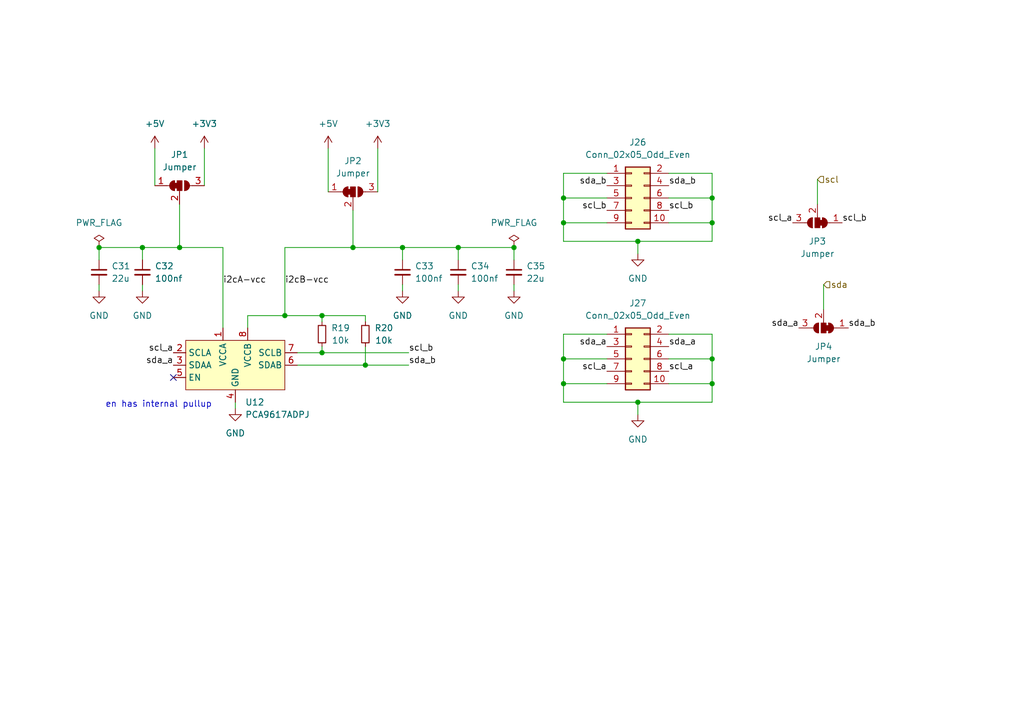
<source format=kicad_sch>
(kicad_sch (version 20211123) (generator eeschema)
  (paper "A5")
  (lib_symbols
    (symbol "Connector_Generic:Conn_02x05_Odd_Even" (pin_names (offset 1.016) hide)
      (property "Reference" "J" (at 1.27 7.62 0))
      (property "Value" "Conn_02x05_Odd_Even" (at 1.27 -7.62 0))
      (symbol "Conn_02x05_Odd_Even_1_1"
        (rectangle (start -1.27 -4.953) (end 0 -5.207) (stroke (width 0.1524)))
        (rectangle (start -1.27 -2.413) (end 0 -2.667) (stroke (width 0.1524)))
        (rectangle (start -1.27 0.127) (end 0 -0.127) (stroke (width 0.1524)))
        (rectangle (start -1.27 2.667) (end 0 2.413) (stroke (width 0.1524)))
        (rectangle (start -1.27 5.207) (end 0 4.953) (stroke (width 0.1524)))
        (rectangle (start -1.27 6.35) (end 3.81 -6.35) (stroke (width 0.254)) (fill (type background)))
        (rectangle (start 3.81 -4.953) (end 2.54 -5.207) (stroke (width 0.1524)))
        (rectangle (start 3.81 -2.413) (end 2.54 -2.667) (stroke (width 0.1524)))
        (rectangle (start 3.81 0.127) (end 2.54 -0.127) (stroke (width 0.1524)))
        (rectangle (start 3.81 2.667) (end 2.54 2.413) (stroke (width 0.1524)))
        (rectangle (start 3.81 5.207) (end 2.54 4.953) (stroke (width 0.1524)))
        (pin passive line (at -5.08 5.08 0) (length 3.81) (name "Pin_1") (number "1"))
        (pin passive line (at 7.62 -5.08 180) (length 3.81) (name "Pin_10") (number "10"))
        (pin passive line (at 7.62 5.08 180) (length 3.81) (name "Pin_2") (number "2"))
        (pin passive line (at -5.08 2.54 0) (length 3.81) (name "Pin_3") (number "3"))
        (pin passive line (at 7.62 2.54 180) (length 3.81) (name "Pin_4") (number "4"))
        (pin passive line (at -5.08 0 0) (length 3.81) (name "Pin_5") (number "5"))
        (pin passive line (at 7.62 0 180) (length 3.81) (name "Pin_6") (number "6"))
        (pin passive line (at -5.08 -2.54 0) (length 3.81) (name "Pin_7") (number "7"))
        (pin passive line (at 7.62 -2.54 180) (length 3.81) (name "Pin_8") (number "8"))
        (pin passive line (at -5.08 -5.08 0) (length 3.81) (name "Pin_9") (number "9"))
      )
    )
    (symbol "Device:C_Small" (pin_numbers hide) (pin_names (offset 0.254) hide)
      (property "Reference" "C" (at 0.254 1.778 0))
      (property "Value" "C_Small" (at 0.254 -2.032 0))
      (symbol "C_Small_0_1"
        (polyline (pts (xy -1.524 -0.508) (xy 1.524 -0.508)) (stroke (width 0.3302)))
        (polyline (pts (xy -1.524 0.508) (xy 1.524 0.508)) (stroke (width 0.3048)))
      )
      (symbol "C_Small_1_1"
        (pin passive line (at 0 2.54 270) (length 2.032) (name "~") (number "1"))
        (pin passive line (at 0 -2.54 90) (length 2.032) (name "~") (number "2"))
      )
    )
    (symbol "Device:R_Small" (pin_numbers hide) (pin_names (offset 0.254) hide)
      (property "Reference" "R" (at 0.762 0.508 0))
      (property "Value" "R_Small" (at 0.762 -1.016 0))
      (symbol "R_Small_0_1"
        (rectangle (start -0.762 1.778) (end 0.762 -1.778) (stroke (width 0.2032)))
      )
      (symbol "R_Small_1_1"
        (pin passive line (at 0 2.54 270) (length 0.762) (name "~") (number "1"))
        (pin passive line (at 0 -2.54 90) (length 0.762) (name "~") (number "2"))
      )
    )
    (symbol "Jumper:SolderJumper_3_Bridged12" (pin_names (offset 0) hide)
      (property "Reference" "JP" (at -2.54 -2.54 0))
      (property "Value" "SolderJumper_3_Bridged12" (at 0 2.794 0))
      (symbol "SolderJumper_3_Bridged12_0_1"
        (rectangle (start -1.016 0.508) (end -0.508 -0.508) (fill (type outline)))
        (arc (start -1.016 1.016) (mid -2.032 0) (end -1.016 -1.016))
        (arc (start -1.016 1.016) (mid -2.032 0) (end -1.016 -1.016) (fill (type outline)))
        (rectangle (start -0.508 1.016) (end 0.508 -1.016) (fill (type outline)))
        (polyline (pts (xy -2.54 0) (xy -2.032 0)))
        (polyline (pts (xy -1.016 1.016) (xy -1.016 -1.016)))
        (polyline (pts (xy 0 -1.27) (xy 0 -1.016)))
        (polyline (pts (xy 1.016 1.016) (xy 1.016 -1.016)))
        (polyline (pts (xy 2.54 0) (xy 2.032 0)))
        (arc (start 1.016 -1.016) (mid 2.032 0) (end 1.016 1.016))
        (arc (start 1.016 -1.016) (mid 2.032 0) (end 1.016 1.016) (fill (type outline)))
      )
      (symbol "SolderJumper_3_Bridged12_1_1"
        (pin passive line (at -5.08 0 0) (length 2.54) (name "A") (number "1"))
        (pin passive line (at 0 -3.81 90) (length 2.54) (name "C") (number "2"))
        (pin passive line (at 5.08 0 180) (length 2.54) (name "B") (number "3"))
      )
    )
    (symbol "_my:PCA9617ADPJ"
      (property "Reference" "U" (at 0 2.54 0))
      (property "Value" "PCA9617ADPJ" (at 0 0 0))
      (symbol "PCA9617ADPJ_0_1"
        (rectangle (start -10.16 -13.97) (end 10.16 -24.13) (fill (type background)))
      )
      (symbol "PCA9617ADPJ_1_1"
        (pin power_in line (at -2.54 -11.43 270) (length 2.54) (name "VCCA") (number "1"))
        (pin bidirectional line (at -12.7 -16.51 0) (length 2.54) (name "SCLA") (number "2"))
        (pin bidirectional line (at -12.7 -19.05 0) (length 2.54) (name "SDAA") (number "3"))
        (pin power_in line (at 0 -26.67 90) (length 2.54) (name "GND") (number "4"))
        (pin bidirectional line (at -12.7 -21.59 0) (length 2.54) (name "EN") (number "5"))
        (pin bidirectional line (at 12.7 -19.05 180) (length 2.54) (name "SDAB") (number "6"))
        (pin bidirectional line (at 12.7 -16.51 180) (length 2.54) (name "SCLB") (number "7"))
        (pin power_in line (at 2.54 -11.43 270) (length 2.54) (name "VCCB") (number "8"))
      )
    )
    (symbol "power:+3V3" (power) (pin_names (offset 0))
      (property "Value" "+3V3" (at 0 3.556 0))
      (symbol "+3V3_0_1"
        (polyline (pts (xy -0.762 1.27) (xy 0 2.54)))
        (polyline (pts (xy 0 0) (xy 0 2.54)))
        (polyline (pts (xy 0 2.54) (xy 0.762 1.27)))
      )
      (symbol "+3V3_1_1"
        (pin power_in line (at 0 0 90) (length 0) hide (name "+3V3") (number "1"))
      )
    )
    (symbol "power:+5V" (power) (pin_names (offset 0))
      (property "Value" "+5V" (at 0 3.556 0))
      (symbol "+5V_0_1"
        (polyline (pts (xy -0.762 1.27) (xy 0 2.54)))
        (polyline (pts (xy 0 0) (xy 0 2.54)))
        (polyline (pts (xy 0 2.54) (xy 0.762 1.27)))
      )
      (symbol "+5V_1_1"
        (pin power_in line (at 0 0 90) (length 0) hide (name "+5V") (number "1"))
      )
    )
    (symbol "power:GND" (power) (pin_names (offset 0))
      (property "Value" "GND" (at 0 -3.81 0))
      (symbol "GND_0_1"
        (polyline (pts (xy 0 0) (xy 0 -1.27) (xy 1.27 -1.27) (xy 0 -2.54) (xy -1.27 -1.27) (xy 0 -1.27)))
      )
      (symbol "GND_1_1"
        (pin power_in line (at 0 0 270) (length 0) hide (name "GND") (number "1"))
      )
    )
    (symbol "power:PWR_FLAG" (power) (pin_numbers hide) (pin_names (offset 0) hide)
      (property "Value" "PWR_FLAG" (at 0 3.81 0))
      (symbol "PWR_FLAG_0_0"
        (pin power_out line (at 0 0 90) (length 0) (name "pwr") (number "1"))
      )
      (symbol "PWR_FLAG_0_1"
        (polyline (pts (xy 0 0) (xy 0 1.27) (xy -1.016 1.905) (xy 0 2.54) (xy 1.016 1.905) (xy 0 1.27)))
      )
    )
  )
  (junction (at 74.93 74.93))
  (junction (at 29.21 50.8))
  (junction (at 115.57 40.64))
  (junction (at 115.57 73.66))
  (junction (at 72.39 50.8))
  (junction (at 105.41 50.8))
  (junction (at 93.98 50.8))
  (junction (at 115.57 45.72))
  (junction (at 82.55 50.8))
  (junction (at 146.05 45.72))
  (junction (at 130.81 49.53))
  (junction (at 58.42 64.77))
  (junction (at 20.32 50.8))
  (junction (at 130.81 82.55))
  (junction (at 146.05 73.66))
  (junction (at 146.05 40.64))
  (junction (at 66.04 72.39))
  (junction (at 66.04 64.77))
  (junction (at 36.83 50.8))
  (junction (at 146.05 78.74))
  (junction (at 115.57 78.74))
  (no_connect (at 35.56 77.47))
  (wire (pts (xy 93.98 53.34) (xy 93.98 50.8)))
  (wire (pts (xy 115.57 73.66) (xy 124.46 73.66)))
  (wire (pts (xy 74.93 66.04) (xy 74.93 64.77)))
  (wire (pts (xy 74.93 64.77) (xy 66.04 64.77)))
  (wire (pts (xy 115.57 45.72) (xy 124.46 45.72)))
  (wire (pts (xy 48.26 83.82) (xy 48.26 82.55)))
  (wire (pts (xy 72.39 50.8) (xy 82.55 50.8)))
  (wire (pts (xy 130.81 52.07) (xy 130.81 49.53)))
  (wire (pts (xy 29.21 50.8) (xy 36.83 50.8)))
  (wire (pts (xy 115.57 40.64) (xy 115.57 45.72)))
  (wire (pts (xy 82.55 58.42) (xy 82.55 59.69)))
  (wire (pts (xy 115.57 40.64) (xy 124.46 40.64)))
  (wire (pts (xy 45.72 50.8) (xy 45.72 67.31)))
  (wire (pts (xy 115.57 49.53) (xy 130.81 49.53)))
  (wire (pts (xy 20.32 58.42) (xy 20.32 59.69)))
  (wire (pts (xy 146.05 49.53) (xy 130.81 49.53)))
  (wire (pts (xy 20.32 50.8) (xy 29.21 50.8)))
  (wire (pts (xy 82.55 50.8) (xy 93.98 50.8)))
  (wire (pts (xy 74.93 71.12) (xy 74.93 74.93)))
  (wire (pts (xy 41.91 30.48) (xy 41.91 38.1)))
  (wire (pts (xy 137.16 68.58) (xy 146.05 68.58)))
  (wire (pts (xy 58.42 64.77) (xy 50.8 64.77)))
  (wire (pts (xy 50.8 64.77) (xy 50.8 67.31)))
  (wire (pts (xy 58.42 50.8) (xy 72.39 50.8)))
  (wire (pts (xy 66.04 72.39) (xy 83.82 72.39)))
  (wire (pts (xy 146.05 82.55) (xy 130.81 82.55)))
  (wire (pts (xy 31.75 30.48) (xy 31.75 38.1)))
  (wire (pts (xy 146.05 78.74) (xy 146.05 82.55)))
  (wire (pts (xy 167.64 36.83) (xy 167.64 41.91)))
  (wire (pts (xy 66.04 64.77) (xy 66.04 66.04)))
  (wire (pts (xy 58.42 50.8) (xy 58.42 64.77)))
  (wire (pts (xy 146.05 73.66) (xy 146.05 78.74)))
  (wire (pts (xy 124.46 68.58) (xy 115.57 68.58)))
  (wire (pts (xy 36.83 50.8) (xy 45.72 50.8)))
  (wire (pts (xy 20.32 53.34) (xy 20.32 50.8)))
  (wire (pts (xy 168.91 58.42) (xy 168.91 63.5)))
  (wire (pts (xy 66.04 64.77) (xy 58.42 64.77)))
  (wire (pts (xy 105.41 58.42) (xy 105.41 59.69)))
  (wire (pts (xy 93.98 50.8) (xy 105.41 50.8)))
  (wire (pts (xy 74.93 74.93) (xy 83.82 74.93)))
  (wire (pts (xy 115.57 82.55) (xy 130.81 82.55)))
  (wire (pts (xy 29.21 58.42) (xy 29.21 59.69)))
  (wire (pts (xy 137.16 35.56) (xy 146.05 35.56)))
  (wire (pts (xy 82.55 53.34) (xy 82.55 50.8)))
  (wire (pts (xy 115.57 78.74) (xy 115.57 82.55)))
  (wire (pts (xy 115.57 78.74) (xy 124.46 78.74)))
  (wire (pts (xy 60.96 74.93) (xy 74.93 74.93)))
  (wire (pts (xy 115.57 35.56) (xy 115.57 40.64)))
  (wire (pts (xy 66.04 71.12) (xy 66.04 72.39)))
  (wire (pts (xy 67.31 30.48) (xy 67.31 39.37)))
  (wire (pts (xy 72.39 43.18) (xy 72.39 50.8)))
  (wire (pts (xy 146.05 73.66) (xy 137.16 73.66)))
  (wire (pts (xy 146.05 35.56) (xy 146.05 40.64)))
  (wire (pts (xy 146.05 40.64) (xy 146.05 45.72)))
  (wire (pts (xy 115.57 68.58) (xy 115.57 73.66)))
  (wire (pts (xy 105.41 53.34) (xy 105.41 50.8)))
  (wire (pts (xy 36.83 41.91) (xy 36.83 50.8)))
  (wire (pts (xy 137.16 45.72) (xy 146.05 45.72)))
  (wire (pts (xy 93.98 58.42) (xy 93.98 59.69)))
  (wire (pts (xy 115.57 45.72) (xy 115.57 49.53)))
  (wire (pts (xy 77.47 30.48) (xy 77.47 39.37)))
  (wire (pts (xy 146.05 45.72) (xy 146.05 49.53)))
  (wire (pts (xy 115.57 73.66) (xy 115.57 78.74)))
  (wire (pts (xy 146.05 40.64) (xy 137.16 40.64)))
  (wire (pts (xy 60.96 72.39) (xy 66.04 72.39)))
  (wire (pts (xy 146.05 68.58) (xy 146.05 73.66)))
  (wire (pts (xy 130.81 85.09) (xy 130.81 82.55)))
  (wire (pts (xy 124.46 35.56) (xy 115.57 35.56)))
  (wire (pts (xy 29.21 53.34) (xy 29.21 50.8)))
  (wire (pts (xy 137.16 78.74) (xy 146.05 78.74)))
  (text "en has internal pullup\n" (at 21.59 83.82 0) (effects (font (size 1.27 1.27)) (justify left bottom)))
  (label "scl_b" (at 83.82 72.39 0))
  (label "sda_b" (at 137.16 38.1 0))
  (label "i2cA-vcc" (at 45.72 58.42 0))
  (label "i2cB-vcc" (at 58.42 58.42 0))
  (label "scl_a" (at 137.16 76.2 0))
  (label "scl_a" (at 35.56 72.39 180))
  (label "scl_b" (at 137.16 43.18 0))
  (label "sda_a" (at 137.16 71.12 0))
  (label "sda_a" (at 163.83 67.31 180))
  (label "sda_a" (at 124.46 71.12 180))
  (label "scl_b" (at 124.46 43.18 180))
  (label "sda_b" (at 124.46 38.1 180))
  (label "scl_a" (at 124.46 76.2 180))
  (label "scl_b" (at 172.72 45.72 0))
  (label "sda_b" (at 83.82 74.93 0))
  (label "sda_a" (at 35.56 74.93 180))
  (label "sda_b" (at 173.99 67.31 0))
  (label "scl_a" (at 162.56 45.72 180))
  (hierarchical_label "scl" (shape input) (at 167.64 36.83 0))
  (hierarchical_label "sda" (shape input) (at 168.91 58.42 0))
  (symbol (lib_id "Jumper:SolderJumper_3_Bridged12") (at 72.39 39.37 0) (unit 1)
    (property "Reference" "JP2" (at 72.39 33.02 0))
    (property "Value" "Jumper" (at 72.39 35.56 0))
    (property "Footprint" "Jumper:SolderJumper-3_P1.3mm_Bridged12_RoundedPad1.0x1.5mm" (effects hide))
  )
  (symbol (lib_id "power:GND") (at 130.81 52.07 0) (unit 1)
    (property "Reference" "#PWR070" (effects hide))
    (property "Value" "GND" (at 130.81 57.15 0))
  )
  (symbol (lib_id "power:GND") (at 105.41 59.69 0) (unit 1)
    (property "Reference" "#PWR075" (effects hide))
    (property "Value" "GND" (at 105.41 64.77 0))
  )
  (symbol (lib_id "power:+5V") (at 31.75 30.48 0) (unit 1)
    (property "Reference" "#PWR066" (effects hide))
    (property "Value" "+5V" (at 31.75 25.4 0))
  )
  (symbol (lib_id "_my:PCA9617ADPJ") (at 48.26 55.88 0) (unit 1)
    (property "Reference" "U12" (at 50.2794 82.55 0) (effects (justify left)))
    (property "Value" "PCA9617ADPJ" (at 50.2794 85.09 0) (effects (justify left)))
    (property "Footprint" "Package_SO:TSSOP-8_3x3mm_P0.65mm" (effects hide))
  )
  (symbol (lib_id "power:GND") (at 130.81 85.09 0) (unit 1)
    (property "Reference" "#PWR077" (effects hide))
    (property "Value" "GND" (at 130.81 90.17 0))
  )
  (symbol (lib_id "Device:C_Small") (at 20.32 55.88 0) (unit 1)
    (property "Reference" "C31" (at 22.86 54.6162 0) (effects (justify left)))
    (property "Value" "22u" (at 22.86 57.1562 0) (effects (justify left)))
    (property "Footprint" "Capacitor_SMD:C_0805_2012Metric" (effects hide))
  )
  (symbol (lib_id "Device:R_Small") (at 66.04 68.58 180) (unit 1)
    (property "Reference" "R19" (at 69.85 67.31 0))
    (property "Value" "10k" (at 69.85 69.85 0))
    (property "Footprint" "Resistor_SMD:R_0402_1005Metric" (effects hide))
  )
  (symbol (lib_id "Device:C_Small") (at 29.21 55.88 0) (unit 1)
    (property "Reference" "C32" (at 31.75 54.6162 0) (effects (justify left)))
    (property "Value" "100nf" (at 31.75 57.1562 0) (effects (justify left)))
    (property "Footprint" "Capacitor_SMD:C_0603_1608Metric" (effects hide))
  )
  (symbol (lib_id "Jumper:SolderJumper_3_Bridged12") (at 36.83 38.1 0) (unit 1)
    (property "Reference" "JP1" (at 36.83 31.75 0))
    (property "Value" "Jumper" (at 36.83 34.29 0))
    (property "Footprint" "Jumper:SolderJumper-3_P1.3mm_Bridged12_RoundedPad1.0x1.5mm" (effects hide))
  )
  (symbol (lib_id "Device:C_Small") (at 105.41 55.88 0) (unit 1)
    (property "Reference" "C35" (at 107.95 54.6162 0) (effects (justify left)))
    (property "Value" "22u" (at 107.95 57.1562 0) (effects (justify left)))
    (property "Footprint" "Capacitor_SMD:C_0805_2012Metric" (effects hide))
  )
  (symbol (lib_id "power:PWR_FLAG") (at 105.41 50.8 0) (unit 1)
    (property "Reference" "#FLG04" (effects hide))
    (property "Value" "PWR_FLAG" (at 105.41 45.72 0))
  )
  (symbol (lib_id "Connector_Generic:Conn_02x05_Odd_Even") (at 129.54 40.64 0) (unit 1)
    (property "Reference" "J26" (at 130.81 29.21 0))
    (property "Value" "Conn_02x05_Odd_Even" (at 130.81 31.75 0))
    (property "Footprint" "Connector_PinHeader_2.54mm:PinHeader_2x05_P2.54mm_Vertical" (effects hide))
  )
  (symbol (lib_id "power:GND") (at 93.98 59.69 0) (unit 1)
    (property "Reference" "#PWR074" (effects hide))
    (property "Value" "GND" (at 93.98 64.77 0))
  )
  (symbol (lib_id "Device:C_Small") (at 93.98 55.88 0) (unit 1)
    (property "Reference" "C34" (at 96.52 54.6162 0) (effects (justify left)))
    (property "Value" "100nf" (at 96.52 57.1562 0) (effects (justify left)))
    (property "Footprint" "Capacitor_SMD:C_0603_1608Metric" (effects hide))
  )
  (symbol (lib_id "power:+5V") (at 67.31 30.48 0) (unit 1)
    (property "Reference" "#PWR068" (effects hide))
    (property "Value" "+5V" (at 67.31 25.4 0))
  )
  (symbol (lib_id "Device:R_Small") (at 74.93 68.58 180) (unit 1)
    (property "Reference" "R20" (at 78.74 67.31 0))
    (property "Value" "10k" (at 78.74 69.85 0))
    (property "Footprint" "Resistor_SMD:R_0402_1005Metric" (effects hide))
  )
  (symbol (lib_id "Jumper:SolderJumper_3_Bridged12") (at 168.91 67.31 180) (unit 1)
    (property "Reference" "JP4" (at 168.91 71.12 0))
    (property "Value" "Jumper" (at 168.91 73.66 0))
    (property "Footprint" "Jumper:SolderJumper-3_P1.3mm_Bridged12_RoundedPad1.0x1.5mm" (effects hide))
  )
  (symbol (lib_id "Device:C_Small") (at 82.55 55.88 0) (unit 1)
    (property "Reference" "C33" (at 85.09 54.6162 0) (effects (justify left)))
    (property "Value" "100nf" (at 85.09 57.1562 0) (effects (justify left)))
    (property "Footprint" "Capacitor_SMD:C_0603_1608Metric" (effects hide))
  )
  (symbol (lib_id "power:PWR_FLAG") (at 20.32 50.8 0) (unit 1)
    (property "Reference" "#FLG03" (effects hide))
    (property "Value" "PWR_FLAG" (at 20.32 45.72 0))
  )
  (symbol (lib_id "power:GND") (at 48.26 83.82 0) (unit 1)
    (property "Reference" "#PWR076" (effects hide))
    (property "Value" "GND" (at 48.26 88.9 0))
  )
  (symbol (lib_id "power:+3V3") (at 77.47 30.48 0) (unit 1)
    (property "Reference" "#PWR069" (effects hide))
    (property "Value" "+3V3" (at 77.47 25.4 0))
  )
  (symbol (lib_id "power:GND") (at 20.32 59.69 0) (unit 1)
    (property "Reference" "#PWR071" (effects hide))
    (property "Value" "GND" (at 20.32 64.77 0))
  )
  (symbol (lib_id "power:GND") (at 82.55 59.69 0) (unit 1)
    (property "Reference" "#PWR073" (effects hide))
    (property "Value" "GND" (at 82.55 64.77 0))
  )
  (symbol (lib_id "power:+3V3") (at 41.91 30.48 0) (unit 1)
    (property "Reference" "#PWR067" (effects hide))
    (property "Value" "+3V3" (at 41.91 25.4 0))
  )
  (symbol (lib_id "Connector_Generic:Conn_02x05_Odd_Even") (at 129.54 73.66 0) (unit 1)
    (property "Reference" "J27" (at 130.81 62.23 0))
    (property "Value" "Conn_02x05_Odd_Even" (at 130.81 64.77 0))
    (property "Footprint" "Connector_PinHeader_2.54mm:PinHeader_2x05_P2.54mm_Vertical" (effects hide))
  )
  (symbol (lib_id "Jumper:SolderJumper_3_Bridged12") (at 167.64 45.72 180) (unit 1)
    (property "Reference" "JP3" (at 167.64 49.53 0))
    (property "Value" "Jumper" (at 167.64 52.07 0))
    (property "Footprint" "Jumper:SolderJumper-3_P1.3mm_Bridged12_RoundedPad1.0x1.5mm" (effects hide))
  )
  (symbol (lib_id "power:GND") (at 29.21 59.69 0) (unit 1)
    (property "Reference" "#PWR072" (effects hide))
    (property "Value" "GND" (at 29.21 64.77 0))
  )
)
</source>
